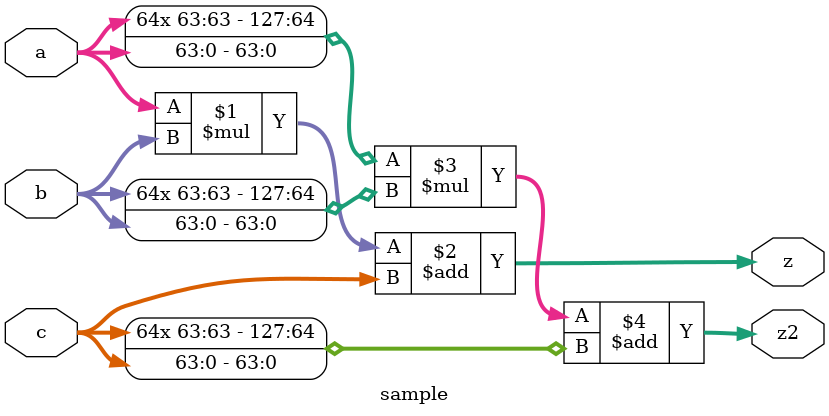
<source format=sv>
module sample (input logic [63:0] a, b, c, output logic [127:0] z, output logic signed [127:0] z2);

   assign z = a*b+c;
   assign z2 = $signed(a)*$signed(b) + $signed(c);

endmodule // sample

</source>
